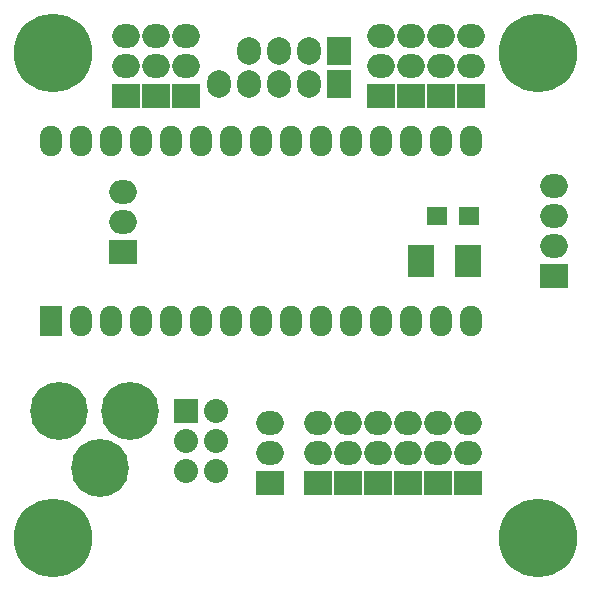
<source format=gts>
G04 #@! TF.FileFunction,Soldermask,Top*
%FSLAX46Y46*%
G04 Gerber Fmt 4.6, Leading zero omitted, Abs format (unit mm)*
G04 Created by KiCad (PCBNEW 4.0.1-stable) date 3/13/2016 11:44:40 AM*
%MOMM*%
G01*
G04 APERTURE LIST*
%ADD10C,0.150000*%
%ADD11C,6.654800*%
%ADD12R,1.879600X2.590800*%
%ADD13O,1.879600X2.590800*%
%ADD14R,1.804800X1.604800*%
%ADD15R,2.304800X2.804800*%
%ADD16C,4.904800*%
%ADD17R,2.336800X2.032000*%
%ADD18O,2.336800X2.032000*%
%ADD19R,2.032000X2.032000*%
%ADD20O,2.032000X2.032000*%
%ADD21R,2.032000X2.336800*%
%ADD22O,2.032000X2.336800*%
G04 APERTURE END LIST*
D10*
D11*
X4000000Y-45000000D03*
X45000000Y-45000000D03*
X45000000Y-4000000D03*
X4000000Y-4000000D03*
D12*
X3810000Y-26670000D03*
D13*
X6350000Y-26670000D03*
X8890000Y-26670000D03*
X11430000Y-26670000D03*
X13970000Y-26670000D03*
X16510000Y-26670000D03*
X19050000Y-26670000D03*
X21590000Y-26670000D03*
X24130000Y-26670000D03*
X26670000Y-26670000D03*
X29210000Y-26670000D03*
X31750000Y-26670000D03*
X34290000Y-26670000D03*
X36830000Y-26670000D03*
X39370000Y-26670000D03*
X39370000Y-11430000D03*
X36830000Y-11430000D03*
X34290000Y-11430000D03*
X31750000Y-11430000D03*
X29210000Y-11430000D03*
X26670000Y-11430000D03*
X24130000Y-11430000D03*
X21590000Y-11430000D03*
X19050000Y-11430000D03*
X16510000Y-11430000D03*
X13970000Y-11430000D03*
X11430000Y-11430000D03*
X8890000Y-11430000D03*
X6350000Y-11430000D03*
X3810000Y-11430000D03*
D14*
X39196000Y-17780000D03*
X36496000Y-17780000D03*
D15*
X39084000Y-21590000D03*
X35084000Y-21590000D03*
D16*
X4445000Y-34290000D03*
X10445000Y-34290000D03*
X7945000Y-39090000D03*
D17*
X26416000Y-40386000D03*
D18*
X26416000Y-37846000D03*
X26416000Y-35306000D03*
D17*
X28956000Y-40386000D03*
D18*
X28956000Y-37846000D03*
X28956000Y-35306000D03*
D17*
X31496000Y-40386000D03*
D18*
X31496000Y-37846000D03*
X31496000Y-35306000D03*
D17*
X34036000Y-40386000D03*
D18*
X34036000Y-37846000D03*
X34036000Y-35306000D03*
D17*
X36576000Y-40386000D03*
D18*
X36576000Y-37846000D03*
X36576000Y-35306000D03*
D17*
X39116000Y-40386000D03*
D18*
X39116000Y-37846000D03*
X39116000Y-35306000D03*
D19*
X15240000Y-34290000D03*
D20*
X17780000Y-34290000D03*
X15240000Y-36830000D03*
X17780000Y-36830000D03*
X15240000Y-39370000D03*
X17780000Y-39370000D03*
D17*
X10160000Y-7620000D03*
D18*
X10160000Y-5080000D03*
X10160000Y-2540000D03*
D17*
X12700000Y-7620000D03*
D18*
X12700000Y-5080000D03*
X12700000Y-2540000D03*
D17*
X15240000Y-7620000D03*
D18*
X15240000Y-5080000D03*
X15240000Y-2540000D03*
D17*
X31750000Y-7620000D03*
D18*
X31750000Y-5080000D03*
X31750000Y-2540000D03*
D17*
X34290000Y-7620000D03*
D18*
X34290000Y-5080000D03*
X34290000Y-2540000D03*
D17*
X36830000Y-7620000D03*
D18*
X36830000Y-5080000D03*
X36830000Y-2540000D03*
D17*
X39370000Y-7620000D03*
D18*
X39370000Y-5080000D03*
X39370000Y-2540000D03*
D17*
X46355000Y-22860000D03*
D18*
X46355000Y-20320000D03*
X46355000Y-17780000D03*
X46355000Y-15240000D03*
D21*
X28194000Y-6604000D03*
D22*
X25654000Y-6604000D03*
X23114000Y-6604000D03*
X20574000Y-6604000D03*
X18034000Y-6604000D03*
D21*
X28194000Y-3810000D03*
D22*
X25654000Y-3810000D03*
X23114000Y-3810000D03*
X20574000Y-3810000D03*
D17*
X22352000Y-40386000D03*
D18*
X22352000Y-37846000D03*
X22352000Y-35306000D03*
D17*
X9906000Y-20828000D03*
D18*
X9906000Y-18288000D03*
X9906000Y-15748000D03*
M02*

</source>
